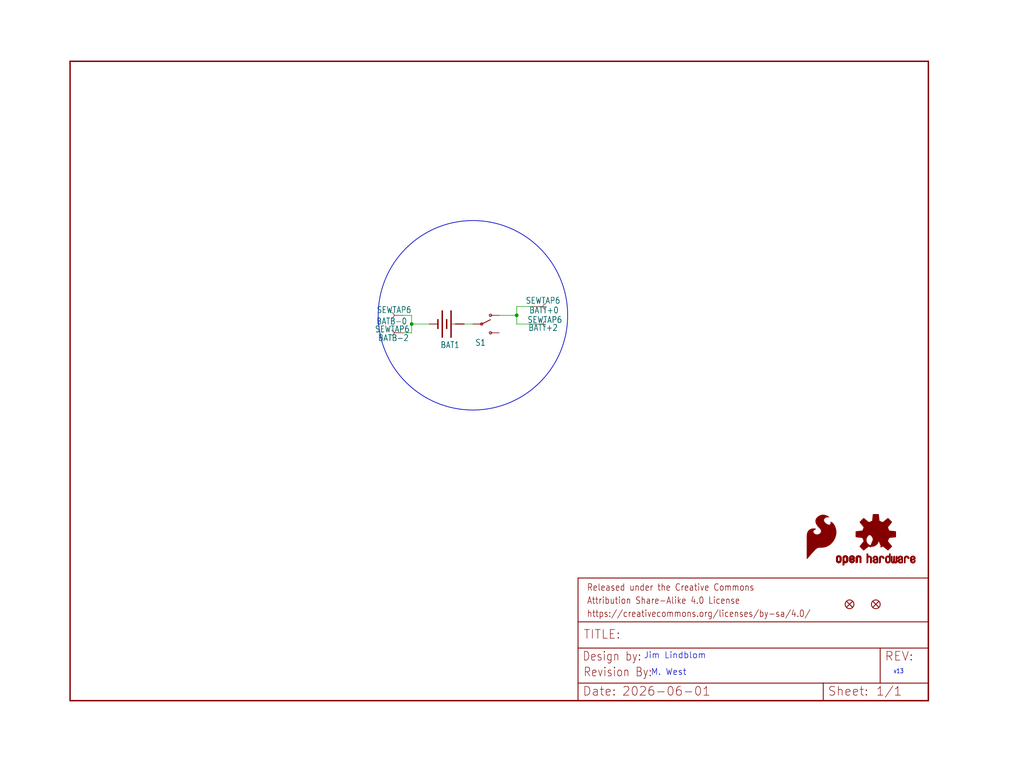
<source format=kicad_sch>
(kicad_sch (version 20230121) (generator eeschema)
  (paper "User" 297.002 223.926)
  (lib_symbols
    (symbol "working-eagle-import:BATTERY20MM_4LEGS"
      (property "Reference" "BAT" (at -3.81 5.08 0))
      (symbol "BATTERY20MM_4LEGS_1_0"
        (pin power_in line (at 5.08 0 180) (length 2.54) (name "-") (number "NEGATIVE"))
        (pin power_in line (at -5.08 0 0) (length 2.54) (name "+") (number "POSITIVE@1"))
        (pin power_in line (at -5.08 0 0) (length 2.54) (name "+") (number "POSITIVE@2"))
        (pin power_in line (at -5.08 0 0) (length 2.54) (name "+") (number "POSITIVE@3"))
        (pin power_in line (at -5.08 0 0) (length 2.54) (name "+") (number "POSITIVE@4"))
      )
    )
    (symbol "working-eagle-import:FIDUCIALUFIDUCIAL")
    (symbol "working-eagle-import:FRAME-LETTER"
      (symbol "FRAME-LETTER_2_0"
        (text "${#}/${##}" (at 86.36 1.27 0) (effects (font (size 2.54 2.54)) (justify left bottom)))
        (text "${CURRENT_DATE}" (at 12.7 1.27 0) (effects (font (size 2.54 2.54)) (justify left bottom)))
        (text "${PROJECTNAME}" (at 15.494 17.78 0) (effects (font (size 2.7432 2.7432)) (justify left bottom)))
        (text "Attribution Share-Alike 4.0 License" (at 2.54 27.94 0) (effects (font (size 1.9304 1.6408)) (justify left bottom)))
        (text "Date:" (at 1.27 1.27 0) (effects (font (size 2.54 2.54)) (justify left bottom)))
        (text "Design by:" (at 1.27 11.43 0) (effects (font (size 2.54 2.159)) (justify left bottom)))
        (text "https://creativecommons.org/licenses/by-sa/4.0/" (at 2.54 24.13 0) (effects (font (size 1.9304 1.6408)) (justify left bottom)))
        (text "Released under the Creative Commons" (at 2.54 31.75 0) (effects (font (size 1.9304 1.6408)) (justify left bottom)))
        (text "REV:" (at 88.9 11.43 0) (effects (font (size 2.54 2.54)) (justify left bottom)))
        (text "Sheet:" (at 72.39 1.27 0) (effects (font (size 2.54 2.54)) (justify left bottom)))
        (text "TITLE:" (at 1.524 17.78 0) (effects (font (size 2.54 2.54)) (justify left bottom)))
      )
    )
    (symbol "working-eagle-import:OSHW-LOGOS")
    (symbol "working-eagle-import:REVISION"
      (symbol "REVISION_1_0"
        (text "Revision By:" (at 0 0 0) (effects (font (size 2.54 2.159)) (justify left bottom)))
      )
    )
    (symbol "working-eagle-import:SEWTAP6"
      (property "Reference" "JP" (at -2.54 2.54 0))
      (symbol "SEWTAP6_1_0"
        (pin bidirectional line (at -2.54 0 180) (length 0) (name "1") (number "1"))
      )
    )
    (symbol "working-eagle-import:SFE_LOGO_FLAME.1_INCH")
    (symbol "working-eagle-import:SWITCH-SPDTSMD"
      (property "Reference" "S" (at -1.905 -6.35 0))
      (symbol "SWITCH-SPDTSMD_1_0"
        (pin passive line (at 5.08 2.54 180) (length 2.54) (name "O") (number "1"))
        (pin passive line (at -2.54 0 0) (length 2.54) (name "P") (number "2"))
        (pin passive line (at 5.08 -2.54 180) (length 2.54) (name "S") (number "3"))
      )
    )
  )
  (junction (at 149.86 91.44))
  (junction (at 119.38 93.98))
  (wire (pts (xy 149.86 93.98) (xy 149.86 91.44)) (stroke (width 0.1524)))
  (wire (pts (xy 149.86 88.9) (xy 154.94 88.9)) (stroke (width 0.1524)))
  (wire (pts (xy 144.78 91.44) (xy 149.86 91.44)) (stroke (width 0.1524)))
  (wire (pts (xy 119.38 93.98) (xy 119.38 96.52)) (stroke (width 0.1524)))
  (wire (pts (xy 149.86 91.44) (xy 149.86 88.9)) (stroke (width 0.1524)))
  (wire (pts (xy 124.46 93.98) (xy 119.38 93.98)) (stroke (width 0.1524)))
  (wire (pts (xy 119.38 96.52) (xy 116.84 96.52)) (stroke (width 0.1524)))
  (wire (pts (xy 134.62 93.98) (xy 137.16 93.98)) (stroke (width 0.1524)))
  (wire (pts (xy 154.94 93.98) (xy 149.86 93.98)) (stroke (width 0.1524)))
  (wire (pts (xy 119.38 91.44) (xy 119.38 93.98)) (stroke (width 0.1524)))
  (wire (pts (xy 116.84 91.44) (xy 119.38 91.44)) (stroke (width 0.1524)))
  (circle (center 137.16 91.44) (radius 27.4743) (stroke (width 0.2032)))
  (text "v13" (at 259.08 195.58 0) (effects (font (size 1.27 1.0795)) (justify left bottom)))
  (text "Jim Lindblom" (at 186.69 191.262 0) (effects (font (size 1.778 1.778)) (justify left bottom)))
  (text "M. West" (at 188.722 196.088 0) (effects (font (size 1.778 1.778)) (justify left bottom)))
  (symbol (lib_id "working-eagle-import:FRAME-LETTER") (at 167.64 203.2 0) (unit 2)
    (property "Reference" "FRAME1" (effects hide))
    (property "Value" "FRAME-LETTER" (effects hide))
    (property "Footprint" "working:CREATIVE_COMMONS" (effects hide))
  )
  (symbol (lib_id "working-eagle-import:FIDUCIALUFIDUCIAL") (at 246.38 175.26 0) (unit 1)
    (property "Reference" "FD1" (effects hide))
    (property "Value" "FIDUCIALUFIDUCIAL" (effects hide))
    (property "Footprint" "working:MICRO-FIDUCIAL" (effects hide))
  )
  (symbol (lib_id "working-eagle-import:BATTERY20MM_4LEGS") (at 129.54 93.98 180) (unit 1)
    (property "Reference" "BAT1" (at 133.35 99.06 0) (effects (font (size 1.778 1.5113)) (justify left bottom)))
    (property "Value" "20mm coincell" (effects hide))
    (property "Footprint" "working:BATTCON_20MM_4LEGS" (effects hide))
  )
  (symbol (lib_id "working-eagle-import:FRAME-LETTER") (at 20.32 203.2 0) (unit 1)
    (property "Reference" "FRAME1" (effects hide))
    (property "Value" "FRAME-LETTER" (effects hide))
    (property "Footprint" "working:CREATIVE_COMMONS" (effects hide))
  )
  (symbol (lib_id "working-eagle-import:SFE_LOGO_FLAME.1_INCH") (at 233.68 162.56 0) (unit 1)
    (property "Reference" "LOGO1" (effects hide))
    (property "Value" "SFE_LOGO_FLAME.1_INCH" (effects hide))
    (property "Footprint" "working:SFE_LOGO_FLAME_.1" (effects hide))
  )
  (symbol (lib_id "working-eagle-import:OSHW-LOGOS") (at 254 154.94 0) (unit 1)
    (property "Reference" "LOGO2" (effects hide))
    (property "Value" "OSHW-LOGOS" (effects hide))
    (property "Footprint" "working:OSHW-LOGO-S" (effects hide))
  )
  (symbol (lib_id "working-eagle-import:REVISION") (at 169.164 196.342 0) (unit 1)
    (property "Reference" "U$1" (effects hide))
    (property "Value" "REVISION" (effects hide))
    (property "Footprint" "working:REVISION" (effects hide))
  )
  (symbol (lib_id "working-eagle-import:SEWTAP6") (at 114.3 96.52 180) (unit 1)
    (property "Reference" "BATB-2" (at 118.618 97.028 0) (effects (font (size 1.778 1.5113)) (justify left bottom)))
    (property "Value" "SEWTAP6" (at 118.872 94.488 0) (effects (font (size 1.778 1.5113)) (justify left bottom)))
    (property "Footprint" "working:PETAL-SMALL-2SIDE" (effects hide))
  )
  (symbol (lib_id "working-eagle-import:SWITCH-SPDTSMD") (at 139.7 93.98 0) (unit 1)
    (property "Reference" "S1" (at 137.795 100.33 0) (effects (font (size 1.778 1.5113)) (justify left bottom)))
    (property "Value" "SWITCH-SPDTSMD" (effects hide))
    (property "Footprint" "working:AYZ0202" (effects hide))
  )
  (symbol (lib_id "working-eagle-import:SEWTAP6") (at 157.48 93.98 0) (unit 1)
    (property "Reference" "BATT+2" (at 153.162 96.012 0) (effects (font (size 1.778 1.5113)) (justify left bottom)))
    (property "Value" "SEWTAP6" (at 152.908 93.726 0) (effects (font (size 1.778 1.5113)) (justify left bottom)))
    (property "Footprint" "working:PETAL-SMALL-2SIDE" (effects hide))
  )
  (symbol (lib_id "working-eagle-import:SEWTAP6") (at 114.3 91.44 180) (unit 1)
    (property "Reference" "BATB-0" (at 118.11 92.202 0) (effects (font (size 1.778 1.5113)) (justify left bottom)))
    (property "Value" "SEWTAP6" (at 119.38 88.9 0) (effects (font (size 1.778 1.5113)) (justify left bottom)))
    (property "Footprint" "working:PETAL-SMALL-2SIDE" (effects hide))
  )
  (symbol (lib_id "working-eagle-import:SEWTAP6") (at 157.48 88.9 0) (unit 1)
    (property "Reference" "BATT+0" (at 153.416 90.932 0) (effects (font (size 1.778 1.5113)) (justify left bottom)))
    (property "Value" "SEWTAP6" (at 152.4 88.138 0) (effects (font (size 1.778 1.5113)) (justify left bottom)))
    (property "Footprint" "working:PETAL-SMALL-2SIDE" (effects hide))
  )
  (symbol (lib_id "working-eagle-import:FIDUCIALUFIDUCIAL") (at 254 175.26 0) (unit 1)
    (property "Reference" "FD2" (effects hide))
    (property "Value" "FIDUCIALUFIDUCIAL" (effects hide))
    (property "Footprint" "working:MICRO-FIDUCIAL" (effects hide))
  )
)
</source>
